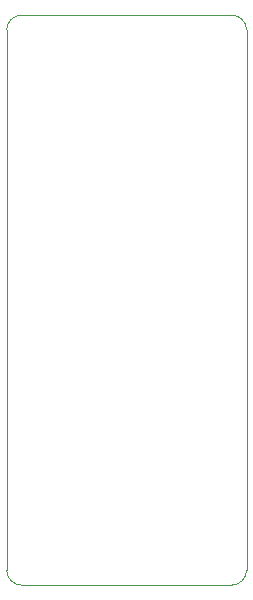
<source format=gm1>
G04 #@! TF.GenerationSoftware,KiCad,Pcbnew,(6.0.4)*
G04 #@! TF.CreationDate,2022-04-24T13:36:31-06:00*
G04 #@! TF.ProjectId,RP2040 Dev Board,52503230-3430-4204-9465-7620426f6172,2*
G04 #@! TF.SameCoordinates,Original*
G04 #@! TF.FileFunction,Profile,NP*
%FSLAX46Y46*%
G04 Gerber Fmt 4.6, Leading zero omitted, Abs format (unit mm)*
G04 Created by KiCad (PCBNEW (6.0.4)) date 2022-04-24 13:36:31*
%MOMM*%
%LPD*%
G01*
G04 APERTURE LIST*
G04 #@! TA.AperFunction,Profile*
%ADD10C,0.100000*%
G04 #@! TD*
G04 APERTURE END LIST*
D10*
X138020000Y-26760000D02*
G75*
G03*
X136750000Y-28030000I0J-1270000D01*
G01*
X157070000Y-28030000D02*
G75*
G03*
X155800000Y-26760000I-1270000J0D01*
G01*
X136750000Y-28030000D02*
X136750000Y-73750000D01*
X157070000Y-73750000D02*
X157070000Y-28030000D01*
X155800000Y-26760000D02*
X138020000Y-26760000D01*
X155800000Y-75020000D02*
G75*
G03*
X157070000Y-73750000I0J1270000D01*
G01*
X136750000Y-73750000D02*
G75*
G03*
X138020000Y-75020000I1270000J0D01*
G01*
X138020000Y-75020000D02*
X155800000Y-75020000D01*
M02*

</source>
